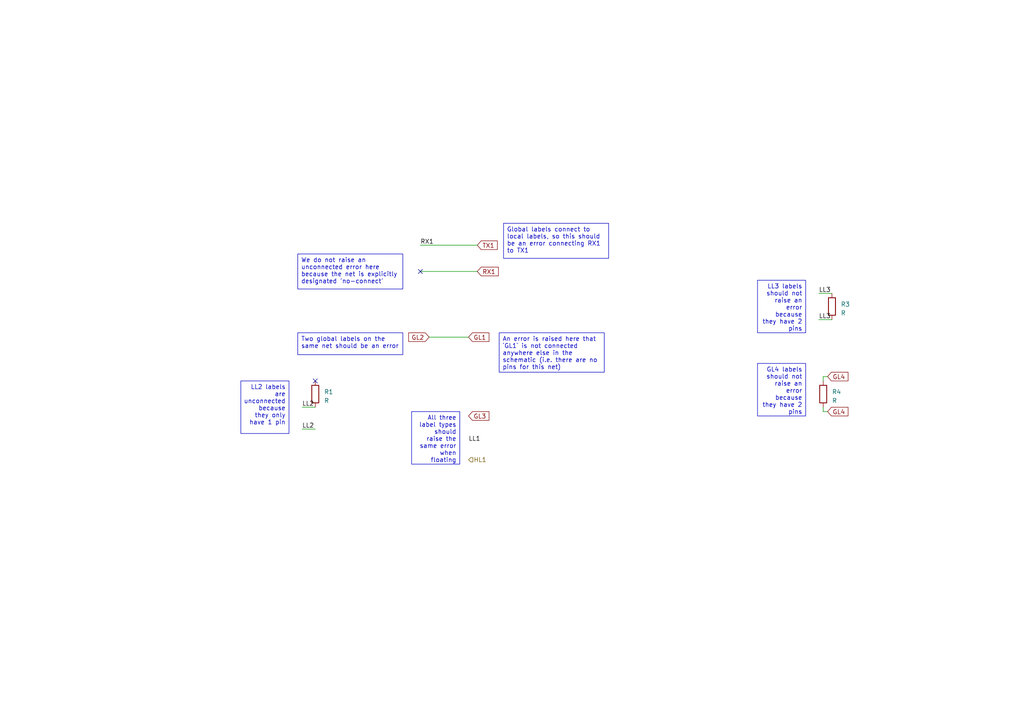
<source format=kicad_sch>
(kicad_sch (version 20220904) (generator eeschema)
  (paper "A4")
  (lib_symbols
    (symbol "Device:R" (pin_numbers hide) (pin_names (offset 0))
      (property "Reference" "R" (at 2.032 0 90))
      (property "Value" "R" (at 0 0 90))
      (symbol "R_0_1"
        (rectangle (start -1.016 -2.54) (end 1.016 2.54) (stroke (width 0.254)))
      )
      (symbol "R_1_1"
        (pin passive line (at 0 3.81 270) (length 1.27) (name "~") (number "1"))
        (pin passive line (at 0 -3.81 90) (length 1.27) (name "~") (number "2"))
      )
    )
  )
  (no_connect (at 91.44 110.49))
  (no_connect (at 121.92 78.74))
  (wire (pts (xy 238.76 109.22) (xy 240.03 109.22)))
  (wire (pts (xy 238.76 119.38) (xy 238.76 118.11)))
  (wire (pts (xy 121.92 78.74) (xy 138.43 78.74)))
  (wire (pts (xy 238.76 110.49) (xy 238.76 109.22)))
  (wire (pts (xy 87.63 124.46) (xy 91.44 124.46)))
  (wire (pts (xy 121.92 71.12) (xy 138.43 71.12)))
  (wire (pts (xy 237.49 85.09) (xy 241.3 85.09)))
  (wire (pts (xy 124.46 97.79) (xy 135.89 97.79)))
  (wire (pts (xy 240.03 119.38) (xy 238.76 119.38)))
  (wire (pts (xy 87.63 118.11) (xy 91.44 118.11)))
  (wire (pts (xy 237.49 92.71) (xy 241.3 92.71)))
  (text_box "We do not raise an unconnected error here because the net is explicitly designated 'no-connect'" (at 86.36 73.66 0) (size 30.48 10.16) (effects (font (size 1.27 1.27)) (justify left top)))
  (text_box "Global labels connect to local labels, so this should be an error connecting RX1 to TX1" (at 146.05 64.77 0) (size 30.48 10.16) (effects (font (size 1.27 1.27)) (justify left top)))
  (text_box "LL2 labels are unconnected because they only have 1 pin" (at 69.85 110.49 0) (size 13.97 15.24) (effects (font (size 1.27 1.27)) (justify right top)))
  (text_box "An error is raised here that `GL1` is not connected anywhere else in the schematic (i.e. there are no pins for this net)" (at 144.78 96.52 0) (size 30.48 11.43) (effects (font (size 1.27 1.27)) (justify left top)))
  (text_box "GL4 labels should not raise an error because they have 2 pins" (at 219.71 105.41 0) (size 13.97 15.24) (effects (font (size 1.27 1.27)) (justify right top)))
  (text_box "LL3 labels should not raise an error because they have 2 pins" (at 219.71 81.28 0) (size 13.97 15.24) (effects (font (size 1.27 1.27)) (justify right top)))
  (text_box "All three label types should raise the same error when floating" (at 119.38 119.38 0) (size 13.97 15.24) (effects (font (size 1.27 1.27)) (justify right top)))
  (text_box "Two global labels on the same net should be an error" (at 86.36 96.52 0) (size 30.48 6.35) (effects (font (size 1.27 1.27)) (justify left top)))
  (label "LL3" (at 237.49 92.71 0))
  (label "LL2" (at 87.63 124.46 0))
  (label "LL2" (at 87.63 118.11 0))
  (label "RX1" (at 121.92 71.12 0))
  (label "LL1" (at 135.89 128.27 0))
  (label "LL3" (at 237.49 85.09 0))
  (global_label "GL2" (shape input) (at 124.46 97.79 180) (property "Intersheetrefs" "${INTERSHEET_REFS}" (effects hide)))
  (global_label "GL1" (shape input) (at 135.89 97.79 0) (property "Intersheetrefs" "${INTERSHEET_REFS}" (effects hide)))
  (global_label "RX1" (shape input) (at 138.43 78.74 0) (property "Intersheetrefs" "${INTERSHEET_REFS}" (effects hide)))
  (global_label "TX1" (shape input) (at 138.43 71.12 0) (property "Intersheetrefs" "${INTERSHEET_REFS}" (effects hide)))
  (global_label "GL4" (shape input) (at 240.03 119.38 0) (property "Intersheetrefs" "${INTERSHEET_REFS}" (effects hide)))
  (global_label "GL4" (shape input) (at 240.03 109.22 0) (property "Intersheetrefs" "${INTERSHEET_REFS}" (effects hide)))
  (global_label "GL3" (shape input) (at 135.89 120.65 0) (property "Intersheetrefs" "${INTERSHEET_REFS}" (effects hide)))
  (hierarchical_label "HL1" (shape input) (at 135.89 133.35 0))
  (symbol (lib_id "Device:R") (at 91.44 114.3 0) (unit 1)
    (default_instance (reference "R1") (unit 1) (value "R") (footprint ""))
    (property "Reference" "R1" (at 93.98 113.665 0) (effects (justify left)))
    (property "Value" "R" (at 93.98 116.205 0) (effects (justify left)))
  )
  (symbol (lib_id "Device:R") (at 238.76 114.3 0) (unit 1)
    (default_instance (reference "R1") (unit 1) (value "R") (footprint ""))
    (property "Reference" "R4" (at 241.3 113.665 0) (effects (justify left)))
    (property "Value" "R" (at 241.3 116.205 0) (effects (justify left)))
  )
  (symbol (lib_id "Device:R") (at 241.3 88.9 0) (unit 1)
    (default_instance (reference "R1") (unit 1) (value "R") (footprint ""))
    (property "Reference" "R3" (at 243.84 88.265 0) (effects (justify left)))
    (property "Value" "R" (at 243.84 90.805 0) (effects (justify left)))
  )
)
</source>
